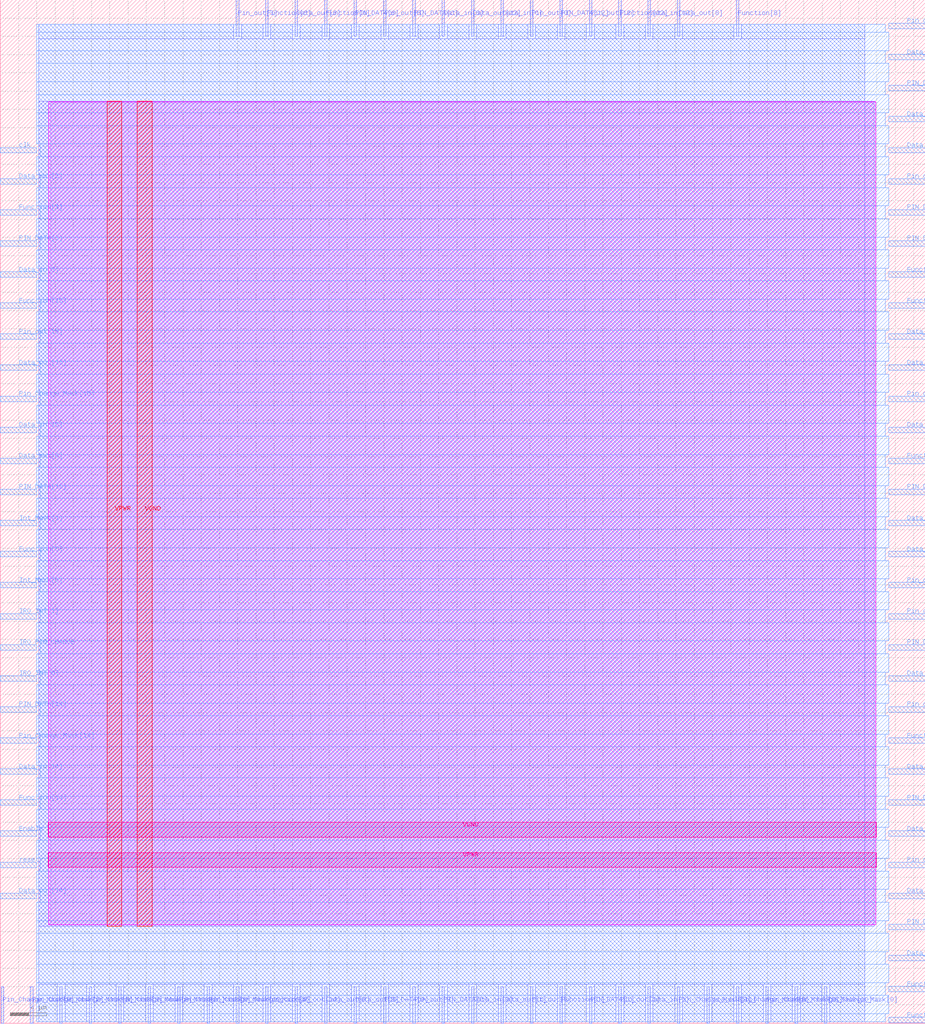
<source format=lef>
VERSION 5.7 ;
  NOWIREEXTENSIONATPIN ON ;
  DIVIDERCHAR "/" ;
  BUSBITCHARS "[]" ;
MACRO gpio_vector
  CLASS BLOCK ;
  FOREIGN gpio_vector ;
  ORIGIN 0.000 0.000 ;
  SIZE 101.285 BY 112.005 ;
  PIN Data_in[0]
    DIRECTION OUTPUT ;
    USE SIGNAL ;
    ANTENNADIFFAREA 0.340600 ;
    PORT
      LAYER met2 ;
        RECT 54.830 108.005 55.110 112.005 ;
    END
  END Data_in[0]
  PIN Data_in[10]
    DIRECTION OUTPUT ;
    USE SIGNAL ;
    ANTENNADIFFAREA 0.340600 ;
    PORT
      LAYER met3 ;
        RECT 97.285 37.440 101.285 38.040 ;
    END
  END Data_in[10]
  PIN Data_in[11]
    DIRECTION OUTPUT ;
    USE SIGNAL ;
    ANTENNADIFFAREA 0.340600 ;
    PORT
      LAYER met3 ;
        RECT 97.285 20.440 101.285 21.040 ;
    END
  END Data_in[11]
  PIN Data_in[12]
    DIRECTION OUTPUT ;
    USE SIGNAL ;
    ANTENNADIFFAREA 0.340600 ;
    PORT
      LAYER met2 ;
        RECT 70.930 108.005 71.210 112.005 ;
    END
  END Data_in[12]
  PIN Data_in[13]
    DIRECTION OUTPUT ;
    USE SIGNAL ;
    ANTENNADIFFAREA 0.340600 ;
    PORT
      LAYER met3 ;
        RECT 97.285 27.240 101.285 27.840 ;
    END
  END Data_in[13]
  PIN Data_in[14]
    DIRECTION OUTPUT ;
    USE SIGNAL ;
    ANTENNADIFFAREA 0.340600 ;
    PORT
      LAYER met3 ;
        RECT 0.000 27.240 4.000 27.840 ;
    END
  END Data_in[14]
  PIN Data_in[15]
    DIRECTION OUTPUT ;
    USE SIGNAL ;
    ANTENNADIFFAREA 0.340600 ;
    PORT
      LAYER met3 ;
        RECT 0.000 64.640 4.000 65.240 ;
    END
  END Data_in[15]
  PIN Data_in[1]
    DIRECTION OUTPUT ;
    USE SIGNAL ;
    ANTENNADIFFAREA 0.340600 ;
    PORT
      LAYER met2 ;
        RECT 70.930 0.000 71.210 4.000 ;
    END
  END Data_in[1]
  PIN Data_in[2]
    DIRECTION OUTPUT ;
    USE SIGNAL ;
    ANTENNADIFFAREA 0.340600 ;
    PORT
      LAYER met3 ;
        RECT 97.285 74.840 101.285 75.440 ;
    END
  END Data_in[2]
  PIN Data_in[3]
    DIRECTION OUTPUT ;
    USE SIGNAL ;
    ANTENNADIFFAREA 0.340600 ;
    PORT
      LAYER met3 ;
        RECT 0.000 81.640 4.000 82.240 ;
    END
  END Data_in[3]
  PIN Data_in[4]
    DIRECTION OUTPUT ;
    USE SIGNAL ;
    ANTENNADIFFAREA 0.340600 ;
    PORT
      LAYER met3 ;
        RECT 97.285 98.640 101.285 99.240 ;
    END
  END Data_in[4]
  PIN Data_in[5]
    DIRECTION OUTPUT ;
    USE SIGNAL ;
    ANTENNADIFFAREA 0.340600 ;
    PORT
      LAYER met3 ;
        RECT 97.285 51.040 101.285 51.640 ;
    END
  END Data_in[5]
  PIN Data_in[6]
    DIRECTION OUTPUT ;
    USE SIGNAL ;
    ANTENNADIFFAREA 0.340600 ;
    PORT
      LAYER met2 ;
        RECT 48.390 108.005 48.670 112.005 ;
    END
  END Data_in[6]
  PIN Data_in[7]
    DIRECTION OUTPUT ;
    USE SIGNAL ;
    ANTENNADIFFAREA 0.340600 ;
    PORT
      LAYER met3 ;
        RECT 97.285 105.440 101.285 106.040 ;
    END
  END Data_in[7]
  PIN Data_in[8]
    DIRECTION OUTPUT ;
    USE SIGNAL ;
    ANTENNADIFFAREA 0.340600 ;
    PORT
      LAYER met3 ;
        RECT 97.285 95.240 101.285 95.840 ;
    END
  END Data_in[8]
  PIN Data_in[9]
    DIRECTION OUTPUT ;
    USE SIGNAL ;
    ANTENNADIFFAREA 0.340600 ;
    PORT
      LAYER met2 ;
        RECT 51.610 0.000 51.890 4.000 ;
    END
  END Data_in[9]
  PIN Data_out[0]
    DIRECTION INPUT ;
    USE SIGNAL ;
    ANTENNAGATEAREA 0.196500 ;
    PORT
      LAYER met3 ;
        RECT 0.000 61.240 4.000 61.840 ;
    END
  END Data_out[0]
  PIN Data_out[10]
    DIRECTION INPUT ;
    USE SIGNAL ;
    ANTENNAGATEAREA 0.196500 ;
    PORT
      LAYER met3 ;
        RECT 97.285 13.640 101.285 14.240 ;
    END
  END Data_out[10]
  PIN Data_out[11]
    DIRECTION INPUT ;
    USE SIGNAL ;
    ANTENNAGATEAREA 0.196500 ;
    PORT
      LAYER met2 ;
        RECT 77.370 0.000 77.650 4.000 ;
    END
  END Data_out[11]
  PIN Data_out[12]
    DIRECTION INPUT ;
    USE SIGNAL ;
    ANTENNAGATEAREA 0.196500 ;
    PORT
      LAYER met2 ;
        RECT 51.610 108.005 51.890 112.005 ;
    END
  END Data_out[12]
  PIN Data_out[13]
    DIRECTION INPUT ;
    USE SIGNAL ;
    ANTENNAGATEAREA 0.196500 ;
    PORT
      LAYER met3 ;
        RECT 97.285 6.840 101.285 7.440 ;
    END
  END Data_out[13]
  PIN Data_out[14]
    DIRECTION INPUT ;
    USE SIGNAL ;
    ANTENNAGATEAREA 0.196500 ;
    PORT
      LAYER met3 ;
        RECT 0.000 13.640 4.000 14.240 ;
    END
  END Data_out[14]
  PIN Data_out[15]
    DIRECTION INPUT ;
    USE SIGNAL ;
    ANTENNAGATEAREA 0.196500 ;
    PORT
      LAYER met3 ;
        RECT 0.000 71.440 4.000 72.040 ;
    END
  END Data_out[15]
  PIN Data_out[1]
    DIRECTION INPUT ;
    USE SIGNAL ;
    ANTENNAGATEAREA 0.196500 ;
    PORT
      LAYER met2 ;
        RECT 54.830 0.000 55.110 4.000 ;
    END
  END Data_out[1]
  PIN Data_out[2]
    DIRECTION INPUT ;
    USE SIGNAL ;
    ANTENNAGATEAREA 0.196500 ;
    PORT
      LAYER met3 ;
        RECT 97.285 54.440 101.285 55.040 ;
    END
  END Data_out[2]
  PIN Data_out[3]
    DIRECTION INPUT ;
    USE SIGNAL ;
    ANTENNAGATEAREA 0.196500 ;
    PORT
      LAYER met3 ;
        RECT 0.000 91.840 4.000 92.440 ;
    END
  END Data_out[3]
  PIN Data_out[4]
    DIRECTION INPUT ;
    USE SIGNAL ;
    ANTENNAGATEAREA 0.196500 ;
    PORT
      LAYER met3 ;
        RECT 97.285 64.640 101.285 65.240 ;
    END
  END Data_out[4]
  PIN Data_out[5]
    DIRECTION INPUT ;
    USE SIGNAL ;
    ANTENNAGATEAREA 0.196500 ;
    PORT
      LAYER met2 ;
        RECT 38.730 0.000 39.010 4.000 ;
    END
  END Data_out[5]
  PIN Data_out[6]
    DIRECTION INPUT ;
    USE SIGNAL ;
    ANTENNAGATEAREA 0.196500 ;
    PORT
      LAYER met2 ;
        RECT 32.290 108.005 32.570 112.005 ;
    END
  END Data_out[6]
  PIN Data_out[7]
    DIRECTION INPUT ;
    USE SIGNAL ;
    ANTENNAGATEAREA 0.196500 ;
    PORT
      LAYER met3 ;
        RECT 97.285 71.440 101.285 72.040 ;
    END
  END Data_out[7]
  PIN Data_out[8]
    DIRECTION INPUT ;
    USE SIGNAL ;
    ANTENNAGATEAREA 0.196500 ;
    PORT
      LAYER met2 ;
        RECT 74.150 108.005 74.430 112.005 ;
    END
  END Data_out[8]
  PIN Data_out[9]
    DIRECTION INPUT ;
    USE SIGNAL ;
    ANTENNAGATEAREA 0.196500 ;
    PORT
      LAYER met2 ;
        RECT 35.510 0.000 35.790 4.000 ;
    END
  END Data_out[9]
  PIN Enable
    DIRECTION INPUT ;
    USE SIGNAL ;
    ANTENNAGATEAREA 0.742500 ;
    PORT
      LAYER met3 ;
        RECT 0.000 20.440 4.000 21.040 ;
    END
  END Enable
  PIN Function[0]
    DIRECTION INPUT ;
    USE SIGNAL ;
    ANTENNAGATEAREA 0.196500 ;
    PORT
      LAYER met2 ;
        RECT 35.510 108.005 35.790 112.005 ;
    END
  END Function[0]
  PIN Function[10]
    DIRECTION INPUT ;
    USE SIGNAL ;
    ANTENNAGATEAREA 0.196500 ;
    PORT
      LAYER met3 ;
        RECT 97.285 0.040 101.285 0.640 ;
    END
  END Function[10]
  PIN Function[11]
    DIRECTION INPUT ;
    USE SIGNAL ;
    ANTENNAGATEAREA 0.196500 ;
    PORT
      LAYER met3 ;
        RECT 97.285 3.440 101.285 4.040 ;
    END
  END Function[11]
  PIN Function[12]
    DIRECTION INPUT ;
    USE SIGNAL ;
    ANTENNAGATEAREA 0.196500 ;
    PORT
      LAYER met2 ;
        RECT 67.710 108.005 67.990 112.005 ;
    END
  END Function[12]
  PIN Function[13]
    DIRECTION INPUT ;
    USE SIGNAL ;
    ANTENNAGATEAREA 0.196500 ;
    PORT
      LAYER met3 ;
        RECT 97.285 30.640 101.285 31.240 ;
    END
  END Function[13]
  PIN Function[14]
    DIRECTION INPUT ;
    USE SIGNAL ;
    ANTENNAGATEAREA 0.196500 ;
    PORT
      LAYER met3 ;
        RECT 0.000 23.840 4.000 24.440 ;
    END
  END Function[14]
  PIN Function[15]
    DIRECTION INPUT ;
    USE SIGNAL ;
    ANTENNAGATEAREA 0.196500 ;
    PORT
      LAYER met3 ;
        RECT 0.000 78.240 4.000 78.840 ;
    END
  END Function[15]
  PIN Function[1]
    DIRECTION INPUT ;
    USE SIGNAL ;
    ANTENNAGATEAREA 0.196500 ;
    PORT
      LAYER met2 ;
        RECT 61.270 0.000 61.550 4.000 ;
    END
  END Function[1]
  PIN Function[2]
    DIRECTION INPUT ;
    USE SIGNAL ;
    ANTENNAGATEAREA 0.196500 ;
    PORT
      LAYER met3 ;
        RECT 97.285 61.240 101.285 61.840 ;
    END
  END Function[2]
  PIN Function[3]
    DIRECTION INPUT ;
    USE SIGNAL ;
    ANTENNAGATEAREA 0.196500 ;
    PORT
      LAYER met3 ;
        RECT 0.000 88.440 4.000 89.040 ;
    END
  END Function[3]
  PIN Function[4]
    DIRECTION INPUT ;
    USE SIGNAL ;
    ANTENNAGATEAREA 0.196500 ;
    PORT
      LAYER met3 ;
        RECT 97.285 81.640 101.285 82.240 ;
    END
  END Function[4]
  PIN Function[5]
    DIRECTION INPUT ;
    USE SIGNAL ;
    ANTENNAGATEAREA 0.126000 ;
    PORT
      LAYER met3 ;
        RECT 0.000 51.040 4.000 51.640 ;
    END
  END Function[5]
  PIN Function[6]
    DIRECTION INPUT ;
    USE SIGNAL ;
    ANTENNAGATEAREA 0.196500 ;
    PORT
      LAYER met2 ;
        RECT 29.070 108.005 29.350 112.005 ;
    END
  END Function[6]
  PIN Function[7]
    DIRECTION INPUT ;
    USE SIGNAL ;
    ANTENNAGATEAREA 0.196500 ;
    PORT
      LAYER met3 ;
        RECT 97.285 78.240 101.285 78.840 ;
    END
  END Function[7]
  PIN Function[8]
    DIRECTION INPUT ;
    USE SIGNAL ;
    ANTENNAGATEAREA 0.196500 ;
    PORT
      LAYER met2 ;
        RECT 80.590 108.005 80.870 112.005 ;
    END
  END Function[8]
  PIN Function[9]
    DIRECTION INPUT ;
    USE SIGNAL ;
    ANTENNAGATEAREA 0.196500 ;
    PORT
      LAYER met2 ;
        RECT 29.070 0.000 29.350 4.000 ;
    END
  END Function[9]
  PIN IRQ_INT[0]
    DIRECTION OUTPUT ;
    USE SIGNAL ;
    ANTENNADIFFAREA 0.340600 ;
    PORT
      LAYER met3 ;
        RECT 0.000 37.440 4.000 38.040 ;
    END
  END IRQ_INT[0]
  PIN IRQ_INT[1]
    DIRECTION OUTPUT ;
    USE SIGNAL ;
    ANTENNADIFFAREA 0.340600 ;
    PORT
      LAYER met3 ;
        RECT 0.000 44.240 4.000 44.840 ;
    END
  END IRQ_INT[1]
  PIN IRQ_PIN_CHANGE
    DIRECTION OUTPUT ;
    USE SIGNAL ;
    ANTENNADIFFAREA 0.340600 ;
    PORT
      LAYER met3 ;
        RECT 0.000 40.840 4.000 41.440 ;
    END
  END IRQ_PIN_CHANGE
  PIN Int_Mask[0]
    DIRECTION INPUT ;
    USE SIGNAL ;
    ANTENNAGATEAREA 0.196500 ;
    PORT
      LAYER met3 ;
        RECT 0.000 47.640 4.000 48.240 ;
    END
  END Int_Mask[0]
  PIN Int_Mask[1]
    DIRECTION INPUT ;
    USE SIGNAL ;
    ANTENNAGATEAREA 0.196500 ;
    PORT
      LAYER met3 ;
        RECT 0.000 54.440 4.000 55.040 ;
    END
  END Int_Mask[1]
  PIN PIN_DATA[0]
    DIRECTION INOUT ;
    USE SIGNAL ;
    ANTENNAGATEAREA 0.247500 ;
    ANTENNADIFFAREA 0.601000 ;
    PORT
      LAYER met2 ;
        RECT 45.170 108.005 45.450 112.005 ;
    END
  END PIN_DATA[0]
  PIN PIN_DATA[10]
    DIRECTION INOUT ;
    USE SIGNAL ;
    ANTENNAGATEAREA 0.247500 ;
    ANTENNADIFFAREA 0.601000 ;
    PORT
      LAYER met3 ;
        RECT 97.285 10.240 101.285 10.840 ;
    END
  END PIN_DATA[10]
  PIN PIN_DATA[11]
    DIRECTION INOUT ;
    USE SIGNAL ;
    ANTENNAGATEAREA 0.247500 ;
    ANTENNADIFFAREA 0.601000 ;
    PORT
      LAYER met3 ;
        RECT 97.285 23.840 101.285 24.440 ;
    END
  END PIN_DATA[11]
  PIN PIN_DATA[12]
    DIRECTION INOUT ;
    USE SIGNAL ;
    ANTENNAGATEAREA 0.247500 ;
    ANTENNADIFFAREA 0.601000 ;
    PORT
      LAYER met2 ;
        RECT 61.270 108.005 61.550 112.005 ;
    END
  END PIN_DATA[12]
  PIN PIN_DATA[13]
    DIRECTION INOUT ;
    USE SIGNAL ;
    ANTENNAGATEAREA 0.247500 ;
    ANTENNADIFFAREA 0.601000 ;
    PORT
      LAYER met3 ;
        RECT 97.285 40.840 101.285 41.440 ;
    END
  END PIN_DATA[13]
  PIN PIN_DATA[14]
    DIRECTION INOUT ;
    USE SIGNAL ;
    ANTENNAGATEAREA 0.625500 ;
    ANTENNADIFFAREA 0.445500 ;
    PORT
      LAYER met3 ;
        RECT 0.000 34.040 4.000 34.640 ;
    END
  END PIN_DATA[14]
  PIN PIN_DATA[15]
    DIRECTION INOUT ;
    USE SIGNAL ;
    ANTENNAGATEAREA 0.625500 ;
    ANTENNADIFFAREA 0.445500 ;
    PORT
      LAYER met3 ;
        RECT 0.000 57.840 4.000 58.440 ;
    END
  END PIN_DATA[15]
  PIN PIN_DATA[1]
    DIRECTION INOUT ;
    USE SIGNAL ;
    ANTENNAGATEAREA 0.247500 ;
    ANTENNADIFFAREA 0.601000 ;
    PORT
      LAYER met2 ;
        RECT 64.490 0.000 64.770 4.000 ;
    END
  END PIN_DATA[1]
  PIN PIN_DATA[2]
    DIRECTION INOUT ;
    USE SIGNAL ;
    ANTENNAGATEAREA 0.247500 ;
    ANTENNADIFFAREA 0.601000 ;
    PORT
      LAYER met3 ;
        RECT 97.285 57.840 101.285 58.440 ;
    END
  END PIN_DATA[2]
  PIN PIN_DATA[3]
    DIRECTION INOUT ;
    USE SIGNAL ;
    ANTENNAGATEAREA 0.247500 ;
    ANTENNADIFFAREA 0.601000 ;
    PORT
      LAYER met3 ;
        RECT 0.000 85.040 4.000 85.640 ;
    END
  END PIN_DATA[3]
  PIN PIN_DATA[4]
    DIRECTION INOUT ;
    USE SIGNAL ;
    ANTENNAGATEAREA 0.247500 ;
    ANTENNADIFFAREA 0.601000 ;
    PORT
      LAYER met3 ;
        RECT 97.285 85.040 101.285 85.640 ;
    END
  END PIN_DATA[4]
  PIN PIN_DATA[5]
    DIRECTION INOUT ;
    USE SIGNAL ;
    ANTENNAGATEAREA 0.247500 ;
    ANTENNADIFFAREA 0.601000 ;
    PORT
      LAYER met2 ;
        RECT 48.390 0.000 48.670 4.000 ;
    END
  END PIN_DATA[5]
  PIN PIN_DATA[6]
    DIRECTION INOUT ;
    USE SIGNAL ;
    ANTENNAGATEAREA 0.247500 ;
    ANTENNADIFFAREA 0.601000 ;
    PORT
      LAYER met2 ;
        RECT 38.730 108.005 39.010 112.005 ;
    END
  END PIN_DATA[6]
  PIN PIN_DATA[7]
    DIRECTION INOUT ;
    USE SIGNAL ;
    ANTENNAGATEAREA 0.247500 ;
    ANTENNADIFFAREA 0.601000 ;
    PORT
      LAYER met3 ;
        RECT 97.285 102.040 101.285 102.640 ;
    END
  END PIN_DATA[7]
  PIN PIN_DATA[8]
    DIRECTION INOUT ;
    USE SIGNAL ;
    ANTENNAGATEAREA 0.247500 ;
    ANTENNADIFFAREA 0.601000 ;
    PORT
      LAYER met3 ;
        RECT 97.285 88.440 101.285 89.040 ;
    END
  END PIN_DATA[8]
  PIN PIN_DATA[9]
    DIRECTION INOUT ;
    USE SIGNAL ;
    ANTENNAGATEAREA 0.247500 ;
    ANTENNADIFFAREA 0.601000 ;
    PORT
      LAYER met2 ;
        RECT 41.950 0.000 42.230 4.000 ;
    END
  END PIN_DATA[9]
  PIN Pin_Change_Mask[0]
    DIRECTION INPUT ;
    USE SIGNAL ;
    PORT
      LAYER met2 ;
        RECT 90.250 0.000 90.530 4.000 ;
    END
  END Pin_Change_Mask[0]
  PIN Pin_Change_Mask[10]
    DIRECTION INPUT ;
    USE SIGNAL ;
    PORT
      LAYER met2 ;
        RECT 87.030 0.000 87.310 4.000 ;
    END
  END Pin_Change_Mask[10]
  PIN Pin_Change_Mask[11]
    DIRECTION INPUT ;
    USE SIGNAL ;
    PORT
      LAYER met2 ;
        RECT 16.190 0.000 16.470 4.000 ;
    END
  END Pin_Change_Mask[11]
  PIN Pin_Change_Mask[12]
    DIRECTION INPUT ;
    USE SIGNAL ;
    PORT
      LAYER met2 ;
        RECT 22.630 0.000 22.910 4.000 ;
    END
  END Pin_Change_Mask[12]
  PIN Pin_Change_Mask[13]
    DIRECTION INPUT ;
    USE SIGNAL ;
    PORT
      LAYER met2 ;
        RECT 83.810 0.000 84.090 4.000 ;
    END
  END Pin_Change_Mask[13]
  PIN Pin_Change_Mask[14]
    DIRECTION INPUT ;
    USE SIGNAL ;
    ANTENNAGATEAREA 0.213000 ;
    PORT
      LAYER met3 ;
        RECT 0.000 30.640 4.000 31.240 ;
    END
  END Pin_Change_Mask[14]
  PIN Pin_Change_Mask[15]
    DIRECTION INPUT ;
    USE SIGNAL ;
    ANTENNAGATEAREA 0.213000 ;
    PORT
      LAYER met3 ;
        RECT 0.000 68.040 4.000 68.640 ;
    END
  END Pin_Change_Mask[15]
  PIN Pin_Change_Mask[1]
    DIRECTION INPUT ;
    USE SIGNAL ;
    PORT
      LAYER met2 ;
        RECT 19.410 0.000 19.690 4.000 ;
    END
  END Pin_Change_Mask[1]
  PIN Pin_Change_Mask[2]
    DIRECTION INPUT ;
    USE SIGNAL ;
    PORT
      LAYER met2 ;
        RECT 74.150 0.000 74.430 4.000 ;
    END
  END Pin_Change_Mask[2]
  PIN Pin_Change_Mask[3]
    DIRECTION INPUT ;
    USE SIGNAL ;
    PORT
      LAYER met2 ;
        RECT 80.590 0.000 80.870 4.000 ;
    END
  END Pin_Change_Mask[3]
  PIN Pin_Change_Mask[4]
    DIRECTION INPUT ;
    USE SIGNAL ;
    PORT
      LAYER met2 ;
        RECT 25.850 0.000 26.130 4.000 ;
    END
  END Pin_Change_Mask[4]
  PIN Pin_Change_Mask[5]
    DIRECTION INPUT ;
    USE SIGNAL ;
    PORT
      LAYER met2 ;
        RECT 6.530 0.000 6.810 4.000 ;
    END
  END Pin_Change_Mask[5]
  PIN Pin_Change_Mask[6]
    DIRECTION INPUT ;
    USE SIGNAL ;
    PORT
      LAYER met2 ;
        RECT 9.750 0.000 10.030 4.000 ;
    END
  END Pin_Change_Mask[6]
  PIN Pin_Change_Mask[7]
    DIRECTION INPUT ;
    USE SIGNAL ;
    PORT
      LAYER met2 ;
        RECT 3.310 0.000 3.590 4.000 ;
    END
  END Pin_Change_Mask[7]
  PIN Pin_Change_Mask[8]
    DIRECTION INPUT ;
    USE SIGNAL ;
    PORT
      LAYER met2 ;
        RECT 12.970 0.000 13.250 4.000 ;
    END
  END Pin_Change_Mask[8]
  PIN Pin_Change_Mask[9]
    DIRECTION INPUT ;
    USE SIGNAL ;
    PORT
      LAYER met2 ;
        RECT 0.090 0.000 0.370 4.000 ;
    END
  END Pin_Change_Mask[9]
  PIN Pin_out[0]
    DIRECTION OUTPUT ;
    USE SIGNAL ;
    ANTENNADIFFAREA 0.340600 ;
    PORT
      LAYER met2 ;
        RECT 58.050 108.005 58.330 112.005 ;
    END
  END Pin_out[0]
  PIN Pin_out[10]
    DIRECTION OUTPUT ;
    USE SIGNAL ;
    ANTENNADIFFAREA 0.340600 ;
    PORT
      LAYER met3 ;
        RECT 97.285 44.240 101.285 44.840 ;
    END
  END Pin_out[10]
  PIN Pin_out[11]
    DIRECTION OUTPUT ;
    USE SIGNAL ;
    ANTENNADIFFAREA 0.340600 ;
    PORT
      LAYER met3 ;
        RECT 97.285 17.040 101.285 17.640 ;
    END
  END Pin_out[11]
  PIN Pin_out[12]
    DIRECTION OUTPUT ;
    USE SIGNAL ;
    ANTENNADIFFAREA 0.340600 ;
    PORT
      LAYER met2 ;
        RECT 64.490 108.005 64.770 112.005 ;
    END
  END Pin_out[12]
  PIN Pin_out[13]
    DIRECTION OUTPUT ;
    USE SIGNAL ;
    ANTENNADIFFAREA 0.340600 ;
    PORT
      LAYER met3 ;
        RECT 97.285 34.040 101.285 34.640 ;
    END
  END Pin_out[13]
  PIN Pin_out[14]
    DIRECTION OUTPUT ;
    USE SIGNAL ;
    ANTENNADIFFAREA 0.340600 ;
    PORT
      LAYER met2 ;
        RECT 32.290 0.000 32.570 4.000 ;
    END
  END Pin_out[14]
  PIN Pin_out[15]
    DIRECTION OUTPUT ;
    USE SIGNAL ;
    ANTENNADIFFAREA 0.340600 ;
    PORT
      LAYER met3 ;
        RECT 0.000 74.840 4.000 75.440 ;
    END
  END Pin_out[15]
  PIN Pin_out[1]
    DIRECTION OUTPUT ;
    USE SIGNAL ;
    ANTENNADIFFAREA 0.340600 ;
    PORT
      LAYER met2 ;
        RECT 67.710 0.000 67.990 4.000 ;
    END
  END Pin_out[1]
  PIN Pin_out[2]
    DIRECTION OUTPUT ;
    USE SIGNAL ;
    ANTENNADIFFAREA 0.340600 ;
    PORT
      LAYER met3 ;
        RECT 97.285 47.640 101.285 48.240 ;
    END
  END Pin_out[2]
  PIN Pin_out[3]
    DIRECTION OUTPUT ;
    USE SIGNAL ;
    ANTENNADIFFAREA 0.340600 ;
    PORT
      LAYER met2 ;
        RECT 25.850 108.005 26.130 112.005 ;
    END
  END Pin_out[3]
  PIN Pin_out[4]
    DIRECTION OUTPUT ;
    USE SIGNAL ;
    ANTENNADIFFAREA 0.340600 ;
    PORT
      LAYER met3 ;
        RECT 97.285 108.840 101.285 109.440 ;
    END
  END Pin_out[4]
  PIN Pin_out[5]
    DIRECTION OUTPUT ;
    USE SIGNAL ;
    ANTENNADIFFAREA 0.340600 ;
    PORT
      LAYER met2 ;
        RECT 58.050 0.000 58.330 4.000 ;
    END
  END Pin_out[5]
  PIN Pin_out[6]
    DIRECTION OUTPUT ;
    USE SIGNAL ;
    ANTENNADIFFAREA 0.340600 ;
    PORT
      LAYER met2 ;
        RECT 41.950 108.005 42.230 112.005 ;
    END
  END Pin_out[6]
  PIN Pin_out[7]
    DIRECTION OUTPUT ;
    USE SIGNAL ;
    ANTENNADIFFAREA 0.340600 ;
    PORT
      LAYER met3 ;
        RECT 97.285 68.040 101.285 68.640 ;
    END
  END Pin_out[7]
  PIN Pin_out[8]
    DIRECTION OUTPUT ;
    USE SIGNAL ;
    ANTENNADIFFAREA 0.340600 ;
    PORT
      LAYER met3 ;
        RECT 97.285 91.840 101.285 92.440 ;
    END
  END Pin_out[8]
  PIN Pin_out[9]
    DIRECTION OUTPUT ;
    USE SIGNAL ;
    ANTENNADIFFAREA 0.340600 ;
    PORT
      LAYER met2 ;
        RECT 45.170 0.000 45.450 4.000 ;
    END
  END Pin_out[9]
  PIN VGND
    DIRECTION INOUT ;
    USE GROUND ;
    PORT
      LAYER met4 ;
        RECT 15.020 10.640 16.620 100.880 ;
    END
    PORT
      LAYER met5 ;
        RECT 5.280 20.380 95.920 21.980 ;
    END
  END VGND
  PIN VPWR
    DIRECTION INOUT ;
    USE POWER ;
    PORT
      LAYER met4 ;
        RECT 11.720 10.640 13.320 100.880 ;
    END
    PORT
      LAYER met5 ;
        RECT 5.280 17.080 95.920 18.680 ;
    END
  END VPWR
  PIN clk
    DIRECTION INPUT ;
    USE SIGNAL ;
    ANTENNAGATEAREA 0.852000 ;
    PORT
      LAYER met3 ;
        RECT 0.000 95.240 4.000 95.840 ;
    END
  END clk
  PIN reset
    DIRECTION INPUT ;
    USE SIGNAL ;
    ANTENNAGATEAREA 0.852000 ;
    PORT
      LAYER met3 ;
        RECT 0.000 17.040 4.000 17.640 ;
    END
  END reset
  OBS
      LAYER nwell ;
        RECT 5.330 10.795 95.870 100.830 ;
      LAYER li1 ;
        RECT 5.520 10.795 95.680 100.725 ;
      LAYER met1 ;
        RECT 4.210 10.640 95.680 100.880 ;
      LAYER met2 ;
        RECT 4.230 107.725 25.570 109.325 ;
        RECT 26.410 107.725 28.790 109.325 ;
        RECT 29.630 107.725 32.010 109.325 ;
        RECT 32.850 107.725 35.230 109.325 ;
        RECT 36.070 107.725 38.450 109.325 ;
        RECT 39.290 107.725 41.670 109.325 ;
        RECT 42.510 107.725 44.890 109.325 ;
        RECT 45.730 107.725 48.110 109.325 ;
        RECT 48.950 107.725 51.330 109.325 ;
        RECT 52.170 107.725 54.550 109.325 ;
        RECT 55.390 107.725 57.770 109.325 ;
        RECT 58.610 107.725 60.990 109.325 ;
        RECT 61.830 107.725 64.210 109.325 ;
        RECT 65.050 107.725 67.430 109.325 ;
        RECT 68.270 107.725 70.650 109.325 ;
        RECT 71.490 107.725 73.870 109.325 ;
        RECT 74.710 107.725 80.310 109.325 ;
        RECT 81.150 107.725 94.670 109.325 ;
        RECT 4.230 4.280 94.670 107.725 ;
        RECT 4.230 0.155 6.250 4.280 ;
        RECT 7.090 0.155 9.470 4.280 ;
        RECT 10.310 0.155 12.690 4.280 ;
        RECT 13.530 0.155 15.910 4.280 ;
        RECT 16.750 0.155 19.130 4.280 ;
        RECT 19.970 0.155 22.350 4.280 ;
        RECT 23.190 0.155 25.570 4.280 ;
        RECT 26.410 0.155 28.790 4.280 ;
        RECT 29.630 0.155 32.010 4.280 ;
        RECT 32.850 0.155 35.230 4.280 ;
        RECT 36.070 0.155 38.450 4.280 ;
        RECT 39.290 0.155 41.670 4.280 ;
        RECT 42.510 0.155 44.890 4.280 ;
        RECT 45.730 0.155 48.110 4.280 ;
        RECT 48.950 0.155 51.330 4.280 ;
        RECT 52.170 0.155 54.550 4.280 ;
        RECT 55.390 0.155 57.770 4.280 ;
        RECT 58.610 0.155 60.990 4.280 ;
        RECT 61.830 0.155 64.210 4.280 ;
        RECT 65.050 0.155 67.430 4.280 ;
        RECT 68.270 0.155 70.650 4.280 ;
        RECT 71.490 0.155 73.870 4.280 ;
        RECT 74.710 0.155 77.090 4.280 ;
        RECT 77.930 0.155 80.310 4.280 ;
        RECT 81.150 0.155 83.530 4.280 ;
        RECT 84.370 0.155 86.750 4.280 ;
        RECT 87.590 0.155 89.970 4.280 ;
        RECT 90.810 0.155 94.670 4.280 ;
      LAYER met3 ;
        RECT 3.990 108.440 96.885 109.305 ;
        RECT 3.990 106.440 97.285 108.440 ;
        RECT 3.990 105.040 96.885 106.440 ;
        RECT 3.990 103.040 97.285 105.040 ;
        RECT 3.990 101.640 96.885 103.040 ;
        RECT 3.990 99.640 97.285 101.640 ;
        RECT 3.990 98.240 96.885 99.640 ;
        RECT 3.990 96.240 97.285 98.240 ;
        RECT 4.400 94.840 96.885 96.240 ;
        RECT 3.990 92.840 97.285 94.840 ;
        RECT 4.400 91.440 96.885 92.840 ;
        RECT 3.990 89.440 97.285 91.440 ;
        RECT 4.400 88.040 96.885 89.440 ;
        RECT 3.990 86.040 97.285 88.040 ;
        RECT 4.400 84.640 96.885 86.040 ;
        RECT 3.990 82.640 97.285 84.640 ;
        RECT 4.400 81.240 96.885 82.640 ;
        RECT 3.990 79.240 97.285 81.240 ;
        RECT 4.400 77.840 96.885 79.240 ;
        RECT 3.990 75.840 97.285 77.840 ;
        RECT 4.400 74.440 96.885 75.840 ;
        RECT 3.990 72.440 97.285 74.440 ;
        RECT 4.400 71.040 96.885 72.440 ;
        RECT 3.990 69.040 97.285 71.040 ;
        RECT 4.400 67.640 96.885 69.040 ;
        RECT 3.990 65.640 97.285 67.640 ;
        RECT 4.400 64.240 96.885 65.640 ;
        RECT 3.990 62.240 97.285 64.240 ;
        RECT 4.400 60.840 96.885 62.240 ;
        RECT 3.990 58.840 97.285 60.840 ;
        RECT 4.400 57.440 96.885 58.840 ;
        RECT 3.990 55.440 97.285 57.440 ;
        RECT 4.400 54.040 96.885 55.440 ;
        RECT 3.990 52.040 97.285 54.040 ;
        RECT 4.400 50.640 96.885 52.040 ;
        RECT 3.990 48.640 97.285 50.640 ;
        RECT 4.400 47.240 96.885 48.640 ;
        RECT 3.990 45.240 97.285 47.240 ;
        RECT 4.400 43.840 96.885 45.240 ;
        RECT 3.990 41.840 97.285 43.840 ;
        RECT 4.400 40.440 96.885 41.840 ;
        RECT 3.990 38.440 97.285 40.440 ;
        RECT 4.400 37.040 96.885 38.440 ;
        RECT 3.990 35.040 97.285 37.040 ;
        RECT 4.400 33.640 96.885 35.040 ;
        RECT 3.990 31.640 97.285 33.640 ;
        RECT 4.400 30.240 96.885 31.640 ;
        RECT 3.990 28.240 97.285 30.240 ;
        RECT 4.400 26.840 96.885 28.240 ;
        RECT 3.990 24.840 97.285 26.840 ;
        RECT 4.400 23.440 96.885 24.840 ;
        RECT 3.990 21.440 97.285 23.440 ;
        RECT 4.400 20.040 96.885 21.440 ;
        RECT 3.990 18.040 97.285 20.040 ;
        RECT 4.400 16.640 96.885 18.040 ;
        RECT 3.990 14.640 97.285 16.640 ;
        RECT 4.400 13.240 96.885 14.640 ;
        RECT 3.990 11.240 97.285 13.240 ;
        RECT 3.990 9.840 96.885 11.240 ;
        RECT 3.990 7.840 97.285 9.840 ;
        RECT 3.990 6.440 96.885 7.840 ;
        RECT 3.990 4.440 97.285 6.440 ;
        RECT 3.990 3.040 96.885 4.440 ;
        RECT 3.990 1.040 97.285 3.040 ;
        RECT 3.990 0.175 96.885 1.040 ;
  END
END gpio_vector
END LIBRARY


</source>
